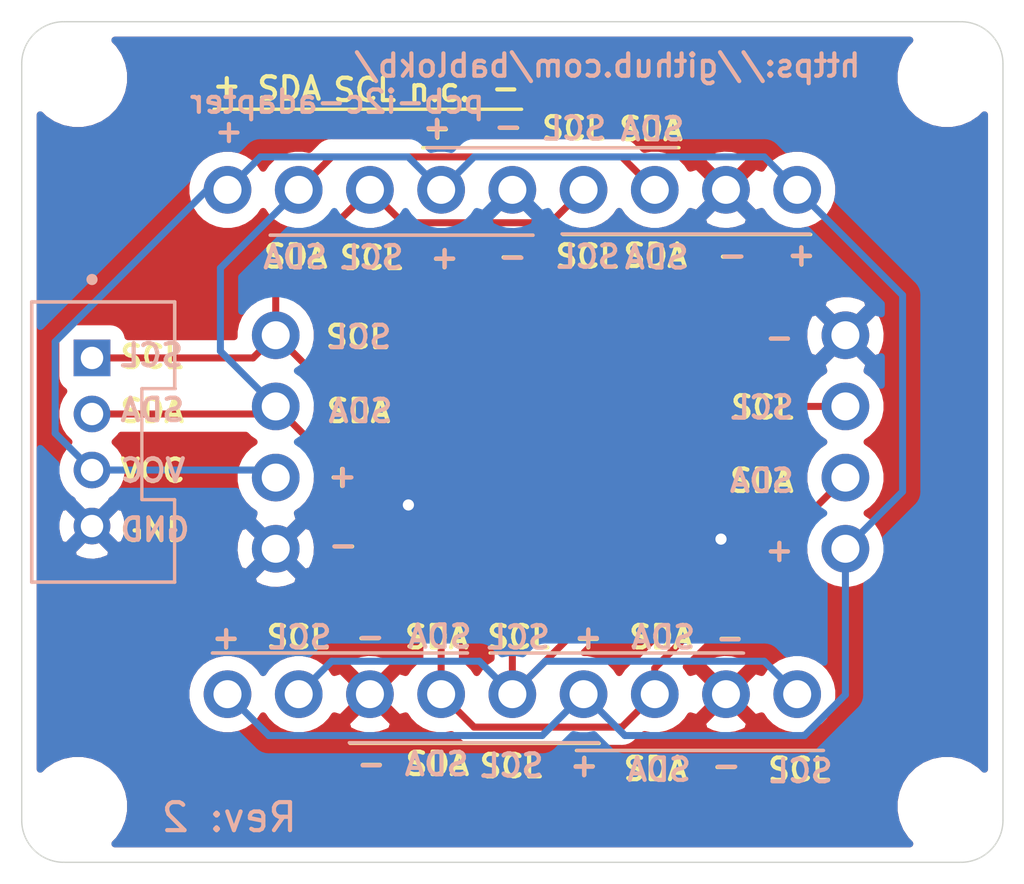
<source format=kicad_pcb>
(kicad_pcb (version 20171130) (host pcbnew 5.1.10-5.1.10)

  (general
    (thickness 1.6)
    (drawings 105)
    (tracks 56)
    (zones 0)
    (modules 9)
    (nets 5)
  )

  (page A4)
  (layers
    (0 F.Cu signal)
    (31 B.Cu signal)
    (32 B.Adhes user)
    (33 F.Adhes user)
    (34 B.Paste user)
    (35 F.Paste user)
    (36 B.SilkS user)
    (37 F.SilkS user)
    (38 B.Mask user)
    (39 F.Mask user)
    (40 Dwgs.User user)
    (41 Cmts.User user)
    (42 Eco1.User user)
    (43 Eco2.User user)
    (44 Edge.Cuts user)
    (45 Margin user)
    (46 B.CrtYd user)
    (47 F.CrtYd user)
    (48 B.Fab user)
    (49 F.Fab user hide)
  )

  (setup
    (last_trace_width 0.25)
    (trace_clearance 0.2)
    (zone_clearance 0.508)
    (zone_45_only no)
    (trace_min 0.2)
    (via_size 0.8)
    (via_drill 0.4)
    (via_min_size 0.4)
    (via_min_drill 0.3)
    (uvia_size 0.3)
    (uvia_drill 0.1)
    (uvias_allowed no)
    (uvia_min_size 0.2)
    (uvia_min_drill 0.1)
    (edge_width 0.05)
    (segment_width 0.2)
    (pcb_text_width 0.3)
    (pcb_text_size 1.5 1.5)
    (mod_edge_width 0.12)
    (mod_text_size 1 1)
    (mod_text_width 0.15)
    (pad_size 1.524 1.524)
    (pad_drill 0.762)
    (pad_to_mask_clearance 0)
    (aux_axis_origin 0 0)
    (visible_elements FFFFEF7F)
    (pcbplotparams
      (layerselection 0x010fc_ffffffff)
      (usegerberextensions false)
      (usegerberattributes true)
      (usegerberadvancedattributes true)
      (creategerberjobfile true)
      (excludeedgelayer true)
      (linewidth 0.100000)
      (plotframeref false)
      (viasonmask false)
      (mode 1)
      (useauxorigin false)
      (hpglpennumber 1)
      (hpglpenspeed 20)
      (hpglpendiameter 15.000000)
      (psnegative false)
      (psa4output false)
      (plotreference true)
      (plotvalue true)
      (plotinvisibletext false)
      (padsonsilk false)
      (subtractmaskfromsilk false)
      (outputformat 1)
      (mirror false)
      (drillshape 1)
      (scaleselection 1)
      (outputdirectory ""))
  )

  (net 0 "")
  (net 1 /VCC)
  (net 2 /GND)
  (net 3 /SDA)
  (net 4 /SCL)

  (net_class Default "This is the default net class."
    (clearance 0.2)
    (trace_width 0.25)
    (via_dia 0.8)
    (via_drill 0.4)
    (uvia_dia 0.3)
    (uvia_drill 0.1)
    (add_net /GND)
    (add_net /SCL)
    (add_net /SDA)
    (add_net /VCC)
  )

  (module Proto_Area:Proto_Area_09x01 (layer F.Cu) (tedit 5AEE5D9C) (tstamp 61D4B059)
    (at 107.34 124)
    (descr "Prototyping Area")
    (tags connector)
    (path /61D48A9E)
    (attr virtual)
    (fp_text reference J5 (at 1.27 -3.175) (layer F.SilkS) hide
      (effects (font (size 1 1) (thickness 0.15)))
    )
    (fp_text value Conn_01x09_Male (at 1.27 5.08) (layer F.Fab)
      (effects (font (size 1 1) (thickness 0.15)))
    )
    (fp_text user %R (at 1.27 1.27) (layer F.Fab)
      (effects (font (size 1 1) (thickness 0.15)))
    )
    (fp_line (start -1.27 -1.27) (end 21.59 -1.27) (layer F.CrtYd) (width 0.05))
    (fp_line (start -1.27 -1.27) (end -1.27 1.27) (layer F.CrtYd) (width 0.05))
    (fp_line (start -1.27 1.27) (end 21.59 1.27) (layer F.CrtYd) (width 0.05))
    (fp_line (start 21.59 -1.27) (end 21.59 1.27) (layer F.CrtYd) (width 0.05))
    (pad 9 thru_hole circle (at 20.32 0) (size 1.7 1.7) (drill 1) (layers *.Cu *.Mask)
      (net 4 /SCL))
    (pad 8 thru_hole circle (at 17.78 0) (size 1.7 1.7) (drill 1) (layers *.Cu *.Mask)
      (net 2 /GND))
    (pad 7 thru_hole circle (at 15.24 0) (size 1.7 1.7) (drill 1) (layers *.Cu *.Mask)
      (net 3 /SDA))
    (pad 6 thru_hole circle (at 12.7 0) (size 1.7 1.7) (drill 1) (layers *.Cu *.Mask)
      (net 1 /VCC))
    (pad 5 thru_hole circle (at 10.16 0) (size 1.7 1.7) (drill 1) (layers *.Cu *.Mask)
      (net 4 /SCL))
    (pad 4 thru_hole circle (at 7.62 0) (size 1.7 1.7) (drill 1) (layers *.Cu *.Mask)
      (net 3 /SDA))
    (pad 3 thru_hole circle (at 5.08 0) (size 1.7 1.7) (drill 1) (layers *.Cu *.Mask)
      (net 2 /GND))
    (pad 2 thru_hole circle (at 2.54 0) (size 1.7 1.7) (drill 1) (layers *.Cu *.Mask)
      (net 4 /SCL))
    (pad 1 thru_hole circle (at 0 0) (size 1.7 1.7) (drill 1) (layers *.Cu *.Mask)
      (net 1 /VCC))
  )

  (module Proto_Area:Proto_Area_04x01 (layer F.Cu) (tedit 5AEE5D9C) (tstamp 61D4B03C)
    (at 129.38 111.19 270)
    (descr "Prototyping Area")
    (tags connector)
    (path /61CEDFAA)
    (attr virtual)
    (fp_text reference J4 (at 1.27 -3.175 90) (layer F.SilkS) hide
      (effects (font (size 1 1) (thickness 0.15)))
    )
    (fp_text value Conn_01x04_Male (at 1.27 5.08 90) (layer F.Fab)
      (effects (font (size 1 1) (thickness 0.15)))
    )
    (fp_text user %R (at 1.27 1.27 90) (layer F.Fab)
      (effects (font (size 1 1) (thickness 0.15)))
    )
    (fp_line (start -1.27 -1.27) (end 8.89 -1.27) (layer F.CrtYd) (width 0.05))
    (fp_line (start -1.27 -1.27) (end -1.27 1.27) (layer F.CrtYd) (width 0.05))
    (fp_line (start -1.27 1.27) (end 8.89 1.27) (layer F.CrtYd) (width 0.05))
    (fp_line (start 8.89 -1.27) (end 8.89 1.27) (layer F.CrtYd) (width 0.05))
    (pad 4 thru_hole circle (at 7.62 0 270) (size 1.7 1.7) (drill 1) (layers *.Cu *.Mask)
      (net 1 /VCC))
    (pad 3 thru_hole circle (at 5.08 0 270) (size 1.7 1.7) (drill 1) (layers *.Cu *.Mask)
      (net 3 /SDA))
    (pad 2 thru_hole circle (at 2.54 0 270) (size 1.7 1.7) (drill 1) (layers *.Cu *.Mask)
      (net 4 /SCL))
    (pad 1 thru_hole circle (at 0 0 270) (size 1.7 1.7) (drill 1) (layers *.Cu *.Mask)
      (net 2 /GND))
  )

  (module Proto_Area:Proto_Area_04x01 (layer F.Cu) (tedit 5AEE5D9C) (tstamp 61D4B024)
    (at 109.06 111.19 270)
    (descr "Prototyping Area")
    (tags connector)
    (path /61CEDA98)
    (attr virtual)
    (fp_text reference J3 (at 1.27 -3.175 90) (layer F.SilkS) hide
      (effects (font (size 1 1) (thickness 0.15)))
    )
    (fp_text value Conn_01x04_Male (at 1.27 5.08 90) (layer F.Fab)
      (effects (font (size 1 1) (thickness 0.15)))
    )
    (fp_text user %R (at 1.27 1.27 90) (layer F.Fab)
      (effects (font (size 1 1) (thickness 0.15)))
    )
    (fp_line (start -1.27 -1.27) (end 8.89 -1.27) (layer F.CrtYd) (width 0.05))
    (fp_line (start -1.27 -1.27) (end -1.27 1.27) (layer F.CrtYd) (width 0.05))
    (fp_line (start -1.27 1.27) (end 8.89 1.27) (layer F.CrtYd) (width 0.05))
    (fp_line (start 8.89 -1.27) (end 8.89 1.27) (layer F.CrtYd) (width 0.05))
    (pad 4 thru_hole circle (at 7.62 0 270) (size 1.7 1.7) (drill 1) (layers *.Cu *.Mask)
      (net 2 /GND))
    (pad 3 thru_hole circle (at 5.08 0 270) (size 1.7 1.7) (drill 1) (layers *.Cu *.Mask)
      (net 1 /VCC))
    (pad 2 thru_hole circle (at 2.54 0 270) (size 1.7 1.7) (drill 1) (layers *.Cu *.Mask)
      (net 3 /SDA))
    (pad 1 thru_hole circle (at 0 0 270) (size 1.7 1.7) (drill 1) (layers *.Cu *.Mask)
      (net 4 /SCL))
  )

  (module Proto_Area:Proto_Area_09x01 (layer F.Cu) (tedit 5AEE5D9C) (tstamp 61D4AFEE)
    (at 107.34 106)
    (descr "Prototyping Area")
    (tags connector)
    (path /61CEEDC3)
    (attr virtual)
    (fp_text reference J1 (at 1.27 -3.175) (layer F.SilkS) hide
      (effects (font (size 1 1) (thickness 0.15)))
    )
    (fp_text value Conn_01x09_Male (at 1.27 5.08) (layer F.Fab)
      (effects (font (size 1 1) (thickness 0.15)))
    )
    (fp_text user %R (at 1.27 1.27) (layer F.Fab)
      (effects (font (size 1 1) (thickness 0.15)))
    )
    (fp_line (start -1.27 -1.27) (end 21.59 -1.27) (layer F.CrtYd) (width 0.05))
    (fp_line (start -1.27 -1.27) (end -1.27 1.27) (layer F.CrtYd) (width 0.05))
    (fp_line (start -1.27 1.27) (end 21.59 1.27) (layer F.CrtYd) (width 0.05))
    (fp_line (start 21.59 -1.27) (end 21.59 1.27) (layer F.CrtYd) (width 0.05))
    (pad 9 thru_hole circle (at 20.32 0) (size 1.7 1.7) (drill 1) (layers *.Cu *.Mask)
      (net 1 /VCC))
    (pad 8 thru_hole circle (at 17.78 0) (size 1.7 1.7) (drill 1) (layers *.Cu *.Mask)
      (net 2 /GND))
    (pad 7 thru_hole circle (at 15.24 0) (size 1.7 1.7) (drill 1) (layers *.Cu *.Mask)
      (net 3 /SDA))
    (pad 6 thru_hole circle (at 12.7 0) (size 1.7 1.7) (drill 1) (layers *.Cu *.Mask)
      (net 4 /SCL))
    (pad 5 thru_hole circle (at 10.16 0) (size 1.7 1.7) (drill 1) (layers *.Cu *.Mask)
      (net 2 /GND))
    (pad 4 thru_hole circle (at 7.62 0) (size 1.7 1.7) (drill 1) (layers *.Cu *.Mask)
      (net 1 /VCC))
    (pad 3 thru_hole circle (at 5.08 0) (size 1.7 1.7) (drill 1) (layers *.Cu *.Mask)
      (net 4 /SCL))
    (pad 2 thru_hole circle (at 2.54 0) (size 1.7 1.7) (drill 1) (layers *.Cu *.Mask)
      (net 3 /SDA))
    (pad 1 thru_hole circle (at 0 0) (size 1.7 1.7) (drill 1) (layers *.Cu *.Mask)
      (net 1 /VCC))
  )

  (module user:grove_vertical (layer B.Cu) (tedit 61D45192) (tstamp 61D4B00C)
    (at 102.5068 115 270)
    (path /61CED2FA)
    (fp_text reference J2 (at -1.825 3.485 270) (layer B.SilkS) hide
      (effects (font (size 1 1) (thickness 0.15)) (justify mirror))
    )
    (fp_text value Grove (at 1.0922 -6.6548 270) (layer B.Fab)
      (effects (font (size 1 1) (thickness 0.15)) (justify mirror))
    )
    (fp_line (start -1.905 -1.778) (end 2.032 -1.778) (layer B.SilkS) (width 0.12))
    (fp_line (start -1.905 -2.9718) (end -1.905 -1.778) (layer B.SilkS) (width 0.12))
    (fp_line (start 2.0574 -2.9464) (end 2.0574 -1.778) (layer B.SilkS) (width 0.12))
    (fp_line (start 5.0038 -2.9464) (end 2.0574 -2.9464) (layer B.SilkS) (width 0.12))
    (fp_line (start -5 2.15) (end 5 2.15) (layer B.Fab) (width 0.127))
    (fp_line (start 5 2.15) (end 5 -2.95) (layer B.Fab) (width 0.127))
    (fp_line (start 5 -2.95) (end -5 -2.95) (layer B.Fab) (width 0.127))
    (fp_line (start -5 -2.95) (end -5 2.15) (layer B.Fab) (width 0.127))
    (fp_line (start -5 2.15) (end 5 2.15) (layer B.SilkS) (width 0.127))
    (fp_line (start 5 2.15) (end 5 -2.95) (layer B.SilkS) (width 0.127))
    (fp_line (start -1.9304 -2.95) (end -5 -2.95) (layer B.SilkS) (width 0.127))
    (fp_line (start -5 -2.95) (end -5 2.15) (layer B.SilkS) (width 0.127))
    (fp_line (start -5.25 2.4) (end 5.25 2.4) (layer B.CrtYd) (width 0.05))
    (fp_line (start 5.25 2.4) (end 5.25 -3.2) (layer B.CrtYd) (width 0.05))
    (fp_line (start 5.25 -3.2) (end -5.25 -3.2) (layer B.CrtYd) (width 0.05))
    (fp_line (start -5.25 -3.2) (end -5.25 2.4) (layer B.CrtYd) (width 0.05))
    (fp_circle (center -5.8 0) (end -5.7 0) (layer B.Fab) (width 0.2))
    (fp_circle (center -5.8 0) (end -5.7 0) (layer B.SilkS) (width 0.2))
    (fp_text user GND (at 3.1242 -2.247915) (layer B.SilkS)
      (effects (font (size 0.8 0.8) (thickness 0.15)) (justify mirror))
    )
    (fp_text user VCC (at 1.016 -2.171724) (layer B.SilkS)
      (effects (font (size 0.8 0.8) (thickness 0.15)) (justify mirror))
    )
    (fp_text user SDA (at -1.143 -2.152677) (layer B.SilkS)
      (effects (font (size 0.8 0.8) (thickness 0.15)) (justify mirror))
    )
    (fp_text user SCL (at -3.0988 -2.133629) (layer B.SilkS)
      (effects (font (size 0.8 0.8) (thickness 0.15)) (justify mirror))
    )
    (pad 4 thru_hole circle (at 3 0 270) (size 1.308 1.308) (drill 0.8) (layers *.Cu *.Mask)
      (net 2 /GND))
    (pad 3 thru_hole circle (at 1 0 270) (size 1.308 1.308) (drill 0.8) (layers *.Cu *.Mask)
      (net 1 /VCC))
    (pad 2 thru_hole circle (at -1 0 270) (size 1.308 1.308) (drill 0.8) (layers *.Cu *.Mask)
      (net 3 /SDA))
    (pad 1 thru_hole rect (at -3 0 270) (size 1.308 1.308) (drill 0.8) (layers *.Cu *.Mask)
      (net 4 /SCL))
  )

  (module MountingHole:MountingHole_2.5mm (layer F.Cu) (tedit 56D1B4CB) (tstamp 61D4B5B8)
    (at 133 128)
    (descr "Mounting Hole 2.5mm, no annular")
    (tags "mounting hole 2.5mm no annular")
    (path /61D4EECC)
    (attr virtual)
    (fp_text reference H4 (at 0 -3.5) (layer F.SilkS) hide
      (effects (font (size 1 1) (thickness 0.15)))
    )
    (fp_text value MountingHole (at 0 3.5) (layer F.Fab)
      (effects (font (size 1 1) (thickness 0.15)))
    )
    (fp_circle (center 0 0) (end 2.75 0) (layer F.CrtYd) (width 0.05))
    (fp_circle (center 0 0) (end 2.5 0) (layer Cmts.User) (width 0.15))
    (fp_text user %R (at 0.3 0) (layer F.Fab)
      (effects (font (size 1 1) (thickness 0.15)))
    )
    (pad 1 np_thru_hole circle (at 0 0) (size 2.5 2.5) (drill 2.5) (layers *.Cu *.Mask))
  )

  (module MountingHole:MountingHole_2.5mm (layer F.Cu) (tedit 56D1B4CB) (tstamp 61D4B5B0)
    (at 102 128)
    (descr "Mounting Hole 2.5mm, no annular")
    (tags "mounting hole 2.5mm no annular")
    (path /61D4F3BD)
    (attr virtual)
    (fp_text reference H3 (at 0 -3.5) (layer F.SilkS) hide
      (effects (font (size 1 1) (thickness 0.15)))
    )
    (fp_text value MountingHole (at 0 3.5) (layer F.Fab)
      (effects (font (size 1 1) (thickness 0.15)))
    )
    (fp_circle (center 0 0) (end 2.75 0) (layer F.CrtYd) (width 0.05))
    (fp_circle (center 0 0) (end 2.5 0) (layer Cmts.User) (width 0.15))
    (fp_text user %R (at 0.3 0) (layer F.Fab)
      (effects (font (size 1 1) (thickness 0.15)))
    )
    (pad 1 np_thru_hole circle (at 0 0) (size 2.5 2.5) (drill 2.5) (layers *.Cu *.Mask))
  )

  (module MountingHole:MountingHole_2.5mm (layer F.Cu) (tedit 56D1B4CB) (tstamp 61D4B5A8)
    (at 133 102)
    (descr "Mounting Hole 2.5mm, no annular")
    (tags "mounting hole 2.5mm no annular")
    (path /61D4FA07)
    (attr virtual)
    (fp_text reference H2 (at 0 -3.5) (layer F.SilkS) hide
      (effects (font (size 1 1) (thickness 0.15)))
    )
    (fp_text value MountingHole (at 0 3.5) (layer F.Fab)
      (effects (font (size 1 1) (thickness 0.15)))
    )
    (fp_circle (center 0 0) (end 2.75 0) (layer F.CrtYd) (width 0.05))
    (fp_circle (center 0 0) (end 2.5 0) (layer Cmts.User) (width 0.15))
    (fp_text user %R (at 0.3 0) (layer F.Fab)
      (effects (font (size 1 1) (thickness 0.15)))
    )
    (pad 1 np_thru_hole circle (at 0 0) (size 2.5 2.5) (drill 2.5) (layers *.Cu *.Mask))
  )

  (module MountingHole:MountingHole_2.5mm (layer F.Cu) (tedit 56D1B4CB) (tstamp 61D4B5A0)
    (at 102 102)
    (descr "Mounting Hole 2.5mm, no annular")
    (tags "mounting hole 2.5mm no annular")
    (path /61D4FC31)
    (attr virtual)
    (fp_text reference H1 (at 0 -3.5) (layer F.SilkS) hide
      (effects (font (size 1 1) (thickness 0.15)))
    )
    (fp_text value MountingHole (at 0 3.5) (layer F.Fab)
      (effects (font (size 1 1) (thickness 0.15)))
    )
    (fp_circle (center 0 0) (end 2.75 0) (layer F.CrtYd) (width 0.05))
    (fp_circle (center 0 0) (end 2.5 0) (layer Cmts.User) (width 0.15))
    (fp_text user %R (at 0.3 0) (layer F.Fab)
      (effects (font (size 1 1) (thickness 0.15)))
    )
    (pad 1 np_thru_hole circle (at 0 0) (size 2.5 2.5) (drill 2.5) (layers *.Cu *.Mask))
  )

  (gr_text n.c. (at 114.902 102.4344) (layer F.SilkS) (tstamp 61D76C43)
    (effects (font (size 0.8 0.8) (thickness 0.15)))
  )
  (gr_text SCL (at 112.235 102.4344) (layer F.SilkS) (tstamp 61D76C31)
    (effects (font (size 0.8 0.8) (thickness 0.15)))
  )
  (gr_line (start 106.8578 103.124) (end 117.8306 103.124) (layer F.SilkS) (width 0.12) (tstamp 61D76C30))
  (gr_text - (at 117.2642 102.3582) (layer F.SilkS) (tstamp 61D76C2F)
    (effects (font (size 0.8 0.8) (thickness 0.15)))
  )
  (gr_text SDA (at 109.5426 102.3836) (layer F.SilkS) (tstamp 61D76C2E)
    (effects (font (size 0.8 0.8) (thickness 0.15)))
  )
  (gr_text "Rev: 2" (at 109.9058 128.397) (layer B.SilkS) (tstamp 61D76B58)
    (effects (font (size 1 1) (thickness 0.15)) (justify left mirror))
  )
  (gr_text "https://github.com/bablokb/\n                      pcb-i2c-adapter\n" (at 129.9972 102.2096) (layer B.SilkS)
    (effects (font (size 0.8 0.8) (thickness 0.15)) (justify left mirror))
  )
  (gr_text + (at 107.315 102.2604) (layer F.SilkS) (tstamp 61D76A4F)
    (effects (font (size 0.8 0.8) (thickness 0.15)))
  )
  (gr_text + (at 107.3912 104.013 180) (layer B.SilkS) (tstamp 61D76A4B)
    (effects (font (size 0.8 0.8) (thickness 0.15)) (justify mirror))
  )
  (gr_text GND (at 104.7496 118.1354) (layer F.SilkS) (tstamp 61D5ABBF)
    (effects (font (size 0.8 0.8) (thickness 0.15)))
  )
  (gr_text VCC (at 104.67341 116.0272) (layer F.SilkS) (tstamp 61D5ABBF)
    (effects (font (size 0.8 0.8) (thickness 0.15)))
  )
  (gr_text SDA (at 104.654362 113.8936) (layer F.SilkS) (tstamp 61D5ABBF)
    (effects (font (size 0.8 0.8) (thickness 0.15)))
  )
  (gr_text SCL (at 104.635315 111.9632) (layer F.SilkS) (tstamp 61D5ABBC)
    (effects (font (size 0.8 0.8) (thickness 0.15)))
  )
  (gr_text + (at 107.2896 122.0724 180) (layer B.SilkS) (tstamp 61D5AB69)
    (effects (font (size 0.8 0.8) (thickness 0.15)) (justify mirror))
  )
  (gr_text - (at 112.4458 122.047 180) (layer B.SilkS) (tstamp 61D5AB68)
    (effects (font (size 0.8 0.8) (thickness 0.15)) (justify mirror))
  )
  (gr_line (start 106.7994 122.5334) (end 115.8926 122.5334) (layer B.SilkS) (width 0.12) (tstamp 61D5AB67))
  (gr_text SDA (at 114.9096 121.9454) (layer B.SilkS) (tstamp 61D5AB66)
    (effects (font (size 0.8 0.8) (thickness 0.15)) (justify mirror))
  )
  (gr_text SCL (at 109.9312 121.9708) (layer B.SilkS) (tstamp 61D5AB65)
    (effects (font (size 0.8 0.8) (thickness 0.15)) (justify mirror))
  )
  (gr_text + (at 120.2106 122.0508 180) (layer B.SilkS) (tstamp 61D5AB55)
    (effects (font (size 0.8 0.8) (thickness 0.15)) (justify mirror))
  )
  (gr_text - (at 125.2652 122.1016 180) (layer B.SilkS) (tstamp 61D5AB54)
    (effects (font (size 0.8 0.8) (thickness 0.15)) (justify mirror))
  )
  (gr_line (start 116.7562 122.5334) (end 125.7478 122.5334) (layer B.SilkS) (width 0.12) (tstamp 61D5AB53))
  (gr_text SDA (at 122.8852 121.9708) (layer B.SilkS) (tstamp 61D5AB52)
    (effects (font (size 0.8 0.8) (thickness 0.15)) (justify mirror))
  )
  (gr_text SCL (at 117.7214 121.9746) (layer B.SilkS) (tstamp 61D5AB51)
    (effects (font (size 0.8 0.8) (thickness 0.15)) (justify mirror))
  )
  (gr_line (start 119.8118 126.0094) (end 128.6002 126.0094) (layer B.SilkS) (width 0.12) (tstamp 61D5AB3E))
  (gr_text SCL (at 127.8052 126.746) (layer B.SilkS) (tstamp 61D5AB3D)
    (effects (font (size 0.8 0.8) (thickness 0.15)) (justify mirror))
  )
  (gr_text SDA (at 122.7328 126.6952) (layer B.SilkS) (tstamp 61D5AB3C)
    (effects (font (size 0.8 0.8) (thickness 0.15)) (justify mirror))
  )
  (gr_text - (at 125.1458 126.6444 180) (layer B.SilkS) (tstamp 61D5AB3A)
    (effects (font (size 0.8 0.8) (thickness 0.15)) (justify mirror))
  )
  (gr_text - (at 112.4636 126.5974 180) (layer B.SilkS) (tstamp 61D5AA94)
    (effects (font (size 0.8 0.8) (thickness 0.15)) (justify mirror))
  )
  (gr_text SDA (at 114.8004 126.4958) (layer B.SilkS) (tstamp 61D5AA93)
    (effects (font (size 0.8 0.8) (thickness 0.15)) (justify mirror))
  )
  (gr_text + (at 120.0582 126.6482 180) (layer B.SilkS) (tstamp 61D5AA92)
    (effects (font (size 0.8 0.8) (thickness 0.15)) (justify mirror))
  )
  (gr_line (start 111.6838 125.73) (end 120.5738 125.73) (layer B.SilkS) (width 0.12) (tstamp 61D5AA91))
  (gr_text SCL (at 117.4928 126.5466) (layer B.SilkS) (tstamp 61D5AA90)
    (effects (font (size 0.8 0.8) (thickness 0.15)) (justify mirror))
  )
  (gr_text + (at 127.0254 118.8466) (layer B.SilkS) (tstamp 61D5A8A6)
    (effects (font (size 0.8 0.8) (thickness 0.15)) (justify mirror))
  )
  (gr_text - (at 127.0254 111.252) (layer B.SilkS) (tstamp 61D5A8A5)
    (effects (font (size 0.8 0.8) (thickness 0.15)) (justify mirror))
  )
  (gr_text SDA (at 126.396828 116.3828) (layer B.SilkS) (tstamp 61D5A8A4)
    (effects (font (size 0.8 0.8) (thickness 0.15)) (justify mirror))
  )
  (gr_text SCL (at 126.415876 113.7666) (layer B.SilkS) (tstamp 61D5A8A3)
    (effects (font (size 0.8 0.8) (thickness 0.15)) (justify mirror))
  )
  (gr_text - (at 111.4552 118.6688) (layer B.SilkS) (tstamp 61D5A86A)
    (effects (font (size 0.8 0.8) (thickness 0.15)) (justify mirror))
  )
  (gr_text SDA (at 112.083771 113.8936) (layer B.SilkS) (tstamp 61D5A869)
    (effects (font (size 0.8 0.8) (thickness 0.15)) (justify mirror))
  )
  (gr_text SCL (at 112.064724 111.252) (layer B.SilkS) (tstamp 61D5A868)
    (effects (font (size 0.8 0.8) (thickness 0.15)) (justify mirror))
  )
  (gr_text + (at 111.4552 116.205) (layer B.SilkS) (tstamp 61D5A867)
    (effects (font (size 0.8 0.8) (thickness 0.15)) (justify mirror))
  )
  (gr_line (start 108.8644 107.6198) (end 118.237 107.6198) (layer B.SilkS) (width 0.12) (tstamp 61D5A7C9))
  (gr_line (start 119.2708 107.5728) (end 128.11 107.5728) (layer B.SilkS) (width 0.12) (tstamp 61D5A7C8))
  (gr_text - (at 117.5182 108.4834 180) (layer B.SilkS) (tstamp 61D5A7C7)
    (effects (font (size 0.8 0.8) (thickness 0.15)) (justify mirror))
  )
  (gr_text - (at 125.3668 108.4364 180) (layer B.SilkS) (tstamp 61D5A7C6)
    (effects (font (size 0.8 0.8) (thickness 0.15)) (justify mirror))
  )
  (gr_text SDA (at 109.7534 108.4072) (layer B.SilkS) (tstamp 61D5A7C5)
    (effects (font (size 0.8 0.8) (thickness 0.15)) (justify mirror))
  )
  (gr_text SDA (at 122.649 108.411) (layer B.SilkS) (tstamp 61D5A7C4)
    (effects (font (size 0.8 0.8) (thickness 0.15)) (justify mirror))
  )
  (gr_text SCL (at 120.2106 108.3856) (layer B.SilkS) (tstamp 61D5A7C3)
    (effects (font (size 0.8 0.8) (thickness 0.15)) (justify mirror))
  )
  (gr_text SCL (at 112.4966 108.4072) (layer B.SilkS) (tstamp 61D5A7C2)
    (effects (font (size 0.8 0.8) (thickness 0.15)) (justify mirror))
  )
  (gr_text + (at 115.0874 108.5088 180) (layer B.SilkS) (tstamp 61D5A7C1)
    (effects (font (size 0.8 0.8) (thickness 0.15)) (justify mirror))
  )
  (gr_text + (at 127.8052 108.4072 180) (layer B.SilkS) (tstamp 61D5A7C0)
    (effects (font (size 0.8 0.8) (thickness 0.15)) (justify mirror))
  )
  (gr_line (start 114.4448 104.4994) (end 123.3348 104.4994) (layer B.SilkS) (width 0.12) (tstamp 61D5A6D5))
  (gr_text - (at 117.348 103.8352 180) (layer B.SilkS) (tstamp 61D5A6BD)
    (effects (font (size 0.8 0.8) (thickness 0.15)) (justify mirror))
  )
  (gr_text SDA (at 122.4966 103.8352) (layer B.SilkS) (tstamp 61D5A6C0)
    (effects (font (size 0.8 0.8) (thickness 0.15)) (justify mirror))
  )
  (gr_text + (at 114.808 103.8606 180) (layer B.SilkS) (tstamp 61D5A6C3)
    (effects (font (size 0.8 0.8) (thickness 0.15)) (justify mirror))
  )
  (gr_text SCL (at 119.728 103.8098) (layer B.SilkS) (tstamp 61D5A6C6)
    (effects (font (size 0.8 0.8) (thickness 0.15)) (justify mirror))
  )
  (gr_arc (start 101.5 128.5) (end 100 128.5) (angle -90) (layer Edge.Cuts) (width 0.05) (tstamp 61D572A4))
  (gr_arc (start 133.5 128.5) (end 135 128.5) (angle 90) (layer Edge.Cuts) (width 0.05) (tstamp 61D572A4))
  (gr_arc (start 133.5 101.5) (end 133.5 100) (angle 90) (layer Edge.Cuts) (width 0.05) (tstamp 61D572A4))
  (gr_arc (start 101.5 101.5) (end 101.5 100.000001) (angle -90) (layer Edge.Cuts) (width 0.05))
  (gr_text - (at 125.1204 126.5428) (layer F.SilkS) (tstamp 61D4B979)
    (effects (font (size 0.8 0.8) (thickness 0.15)))
  )
  (gr_text SDA (at 122.6058 126.6698) (layer F.SilkS) (tstamp 61D4B977)
    (effects (font (size 0.8 0.8) (thickness 0.15)))
  )
  (gr_text SCL (at 127.7366 126.6952) (layer F.SilkS) (tstamp 61D4B976)
    (effects (font (size 0.8 0.8) (thickness 0.15)))
  )
  (gr_text - (at 127.0254 111.252) (layer F.SilkS) (tstamp 61D4B966)
    (effects (font (size 0.8 0.8) (thickness 0.15)))
  )
  (gr_text - (at 111.4806 118.6688) (layer F.SilkS) (tstamp 61D4B966)
    (effects (font (size 0.8 0.8) (thickness 0.15)))
  )
  (gr_text + (at 114.8258 103.7806) (layer F.SilkS) (tstamp 61D4B95B)
    (effects (font (size 0.8 0.8) (thickness 0.15)))
  )
  (gr_text SDA (at 122.4458 103.8314) (layer F.SilkS) (tstamp 61D4B955)
    (effects (font (size 0.8 0.8) (thickness 0.15)))
  )
  (gr_text - (at 117.3658 103.7298) (layer F.SilkS) (tstamp 61D4B94D)
    (effects (font (size 0.8 0.8) (thickness 0.15)))
  )
  (gr_text - (at 125.316 108.3272) (layer F.SilkS) (tstamp 61D5A6D2)
    (effects (font (size 0.8 0.8) (thickness 0.15)))
  )
  (gr_text - (at 117.4928 108.3526) (layer F.SilkS) (tstamp 61D5A6CF)
    (effects (font (size 0.8 0.8) (thickness 0.15)))
  )
  (gr_line (start 114.3 104.4956) (end 123.444 104.4956) (layer F.SilkS) (width 0.12))
  (gr_line (start 119.3038 107.5944) (end 128.143 107.5944) (layer F.SilkS) (width 0.12) (tstamp 61D5A6CC))
  (gr_line (start 108.8644 107.6198) (end 118.237 107.6198) (layer F.SilkS) (width 0.12) (tstamp 61D5A6C9))
  (gr_line (start 119.7864 126.0094) (end 128.5748 126.0094) (layer F.SilkS) (width 0.12))
  (gr_line (start 116.7054 122.5296) (end 125.697 122.5296) (layer F.SilkS) (width 0.12))
  (gr_line (start 111.7092 125.7554) (end 120.5992 125.7554) (layer F.SilkS) (width 0.12))
  (gr_line (start 106.807 122.5296) (end 115.9002 122.5296) (layer F.SilkS) (width 0.12))
  (gr_text + (at 120.0658 126.5174) (layer F.SilkS) (tstamp 61D4B94A)
    (effects (font (size 0.8 0.8) (thickness 0.15)))
  )
  (gr_text SDA (at 114.8258 126.4882) (layer F.SilkS) (tstamp 61D4B947)
    (effects (font (size 0.8 0.8) (thickness 0.15)))
  )
  (gr_text - (at 112.4712 126.4666) (layer F.SilkS) (tstamp 61D4B943)
    (effects (font (size 0.8 0.8) (thickness 0.15)))
  )
  (gr_text - (at 112.4204 121.9454) (layer F.SilkS) (tstamp 61D4B943)
    (effects (font (size 0.8 0.8) (thickness 0.15)))
  )
  (gr_text - (at 125.2652 121.967) (layer F.SilkS) (tstamp 61D4B93A)
    (effects (font (size 0.8 0.8) (thickness 0.15)))
  )
  (gr_text + (at 120.2106 121.967) (layer F.SilkS) (tstamp 61D4B93A)
    (effects (font (size 0.8 0.8) (thickness 0.15)))
  )
  (gr_text + (at 107.2896 121.9708) (layer F.SilkS) (tstamp 61D4B93A)
    (effects (font (size 0.8 0.8) (thickness 0.15)))
  )
  (gr_text + (at 127.0254 118.8466) (layer F.SilkS) (tstamp 61D4B93A)
    (effects (font (size 0.8 0.8) (thickness 0.15)))
  )
  (gr_text + (at 111.4298 116.205) (layer F.SilkS) (tstamp 61D4B93A)
    (effects (font (size 0.8 0.8) (thickness 0.15)))
  )
  (gr_text + (at 127.8128 108.3056) (layer F.SilkS) (tstamp 61D5A6E4)
    (effects (font (size 0.8 0.8) (thickness 0.15)))
  )
  (gr_text + (at 115.0798 108.4034) (layer F.SilkS) (tstamp 61D5A6E1)
    (effects (font (size 0.8 0.8) (thickness 0.15)))
  )
  (gr_text SCL (at 117.4496 126.5682) (layer F.SilkS) (tstamp 61D4B92F)
    (effects (font (size 0.8 0.8) (thickness 0.15)))
  )
  (gr_text SCL (at 109.8474 121.967) (layer F.SilkS) (tstamp 61D4B92F)
    (effects (font (size 0.8 0.8) (thickness 0.15)))
  )
  (gr_text SCL (at 111.9632 111.252) (layer F.SilkS) (tstamp 61D4B92F)
    (effects (font (size 0.8 0.8) (thickness 0.15)))
  )
  (gr_text SCL (at 112.4636 108.4288) (layer F.SilkS) (tstamp 61D5A6DE)
    (effects (font (size 0.8 0.8) (thickness 0.15)))
  )
  (gr_text SCL (at 119.6772 103.806) (layer F.SilkS) (tstamp 61D4B92F)
    (effects (font (size 0.8 0.8) (thickness 0.15)))
  )
  (gr_text SCL (at 120.1598 108.378) (layer F.SilkS) (tstamp 61D5A6DB)
    (effects (font (size 0.8 0.8) (thickness 0.15)))
  )
  (gr_text SCL (at 126.415876 113.7666) (layer F.SilkS) (tstamp 61D4B92F)
    (effects (font (size 0.8 0.8) (thickness 0.15)))
  )
  (gr_text SCL (at 117.7214 121.967) (layer F.SilkS) (tstamp 61D4B927)
    (effects (font (size 0.8 0.8) (thickness 0.15)))
  )
  (gr_text SDA (at 122.8014 121.967) (layer F.SilkS) (tstamp 61D4B927)
    (effects (font (size 0.8 0.8) (thickness 0.15)))
  )
  (gr_text SDA (at 114.8004 121.967) (layer F.SilkS) (tstamp 61D4B927)
    (effects (font (size 0.8 0.8) (thickness 0.15)))
  )
  (gr_text SDA (at 126.396828 116.3828) (layer F.SilkS) (tstamp 61D4B927)
    (effects (font (size 0.8 0.8) (thickness 0.15)))
  )
  (gr_text SDA (at 112.014 113.8936) (layer F.SilkS) (tstamp 61D4B927)
    (effects (font (size 0.8 0.8) (thickness 0.15)))
  )
  (gr_text SDA (at 122.5982 108.3526) (layer F.SilkS) (tstamp 61D5A6D8)
    (effects (font (size 0.8 0.8) (thickness 0.15)))
  )
  (gr_text SDA (at 109.7712 108.378) (layer F.SilkS)
    (effects (font (size 0.8 0.8) (thickness 0.15)))
  )
  (gr_line (start 100 128.5) (end 100 101.5) (layer Edge.Cuts) (width 0.05))
  (gr_line (start 133.5 130) (end 101.5 130) (layer Edge.Cuts) (width 0.05))
  (gr_line (start 135 101.5) (end 135 128.5) (layer Edge.Cuts) (width 0.05))
  (gr_line (start 101.5 100) (end 133.5 100) (layer Edge.Cuts) (width 0.05))

  (segment (start 108.79 116) (end 109.06 116.27) (width 0.25) (layer B.Cu) (net 1))
  (segment (start 102.5068 116) (end 108.79 116) (width 0.25) (layer B.Cu) (net 1))
  (segment (start 113.784999 104.824999) (end 114.96 106) (width 0.25) (layer B.Cu) (net 1))
  (segment (start 108.515001 104.824999) (end 113.784999 104.824999) (width 0.25) (layer B.Cu) (net 1))
  (segment (start 107.34 106) (end 108.515001 104.824999) (width 0.25) (layer B.Cu) (net 1))
  (segment (start 126.484999 104.824999) (end 127.66 106) (width 0.25) (layer B.Cu) (net 1))
  (segment (start 116.135001 104.824999) (end 126.484999 104.824999) (width 0.25) (layer B.Cu) (net 1))
  (segment (start 114.96 106) (end 116.135001 104.824999) (width 0.25) (layer B.Cu) (net 1))
  (segment (start 131.4196 116.7704) (end 129.38 118.81) (width 0.25) (layer B.Cu) (net 1))
  (segment (start 131.4196 109.7596) (end 131.4196 116.7704) (width 0.25) (layer B.Cu) (net 1))
  (segment (start 127.66 106) (end 131.4196 109.7596) (width 0.25) (layer B.Cu) (net 1))
  (segment (start 121.516 125.476) (end 120.04 124) (width 0.25) (layer B.Cu) (net 1))
  (segment (start 127.923002 125.476) (end 121.516 125.476) (width 0.25) (layer B.Cu) (net 1))
  (segment (start 129.38 124.019002) (end 127.923002 125.476) (width 0.25) (layer B.Cu) (net 1))
  (segment (start 129.38 118.81) (end 129.38 124.019002) (width 0.25) (layer B.Cu) (net 1))
  (segment (start 118.564 125.476) (end 108.816 125.476) (width 0.25) (layer B.Cu) (net 1))
  (segment (start 108.816 125.476) (end 107.34 124) (width 0.25) (layer B.Cu) (net 1))
  (segment (start 120.04 124) (end 118.564 125.476) (width 0.25) (layer B.Cu) (net 1))
  (segment (start 106.613798 106) (end 107.34 106) (width 0.25) (layer B.Cu) (net 1))
  (segment (start 101.1936 111.420198) (end 106.613798 106) (width 0.25) (layer B.Cu) (net 1))
  (segment (start 101.1936 114.6868) (end 101.1936 111.420198) (width 0.25) (layer B.Cu) (net 1))
  (segment (start 102.5068 116) (end 101.1936 114.6868) (width 0.25) (layer B.Cu) (net 1))
  (via (at 113.792 117.2464) (size 0.8) (drill 0.4) (layers F.Cu B.Cu) (net 2))
  (via (at 124.9426 118.4656) (size 0.8) (drill 0.4) (layers F.Cu B.Cu) (net 2))
  (segment (start 108.79 114) (end 109.06 113.73) (width 0.25) (layer F.Cu) (net 3))
  (segment (start 102.5068 114) (end 108.79 114) (width 0.25) (layer F.Cu) (net 3))
  (segment (start 114.96 119.63) (end 114.96 124) (width 0.25) (layer F.Cu) (net 3))
  (segment (start 109.06 113.73) (end 114.96 119.63) (width 0.25) (layer F.Cu) (net 3))
  (segment (start 122.58 123.07) (end 129.38 116.27) (width 0.25) (layer F.Cu) (net 3))
  (segment (start 122.58 124) (end 122.58 123.07) (width 0.25) (layer F.Cu) (net 3))
  (segment (start 111.055001 104.824999) (end 121.404999 104.824999) (width 0.25) (layer F.Cu) (net 3))
  (segment (start 121.404999 104.824999) (end 122.58 106) (width 0.25) (layer F.Cu) (net 3))
  (segment (start 109.88 106) (end 111.055001 104.824999) (width 0.25) (layer F.Cu) (net 3))
  (segment (start 109.88 106) (end 107.0864 108.7936) (width 0.25) (layer B.Cu) (net 3))
  (segment (start 107.0864 111.7564) (end 109.06 113.73) (width 0.25) (layer B.Cu) (net 3))
  (segment (start 107.0864 108.7936) (end 107.0864 111.7564) (width 0.25) (layer B.Cu) (net 3))
  (segment (start 121.404999 125.175001) (end 122.58 124) (width 0.25) (layer F.Cu) (net 3))
  (segment (start 116.135001 125.175001) (end 121.404999 125.175001) (width 0.25) (layer F.Cu) (net 3))
  (segment (start 114.96 124) (end 116.135001 125.175001) (width 0.25) (layer F.Cu) (net 3))
  (segment (start 108.25 112) (end 109.06 111.19) (width 0.25) (layer F.Cu) (net 4))
  (segment (start 102.5068 112) (end 108.25 112) (width 0.25) (layer F.Cu) (net 4))
  (segment (start 109.06 109.36) (end 112.42 106) (width 0.25) (layer F.Cu) (net 4))
  (segment (start 109.06 111.19) (end 109.06 109.36) (width 0.25) (layer F.Cu) (net 4))
  (segment (start 117.5 119.63) (end 117.5 124) (width 0.25) (layer F.Cu) (net 4))
  (segment (start 109.06 111.19) (end 117.5 119.63) (width 0.25) (layer F.Cu) (net 4))
  (segment (start 127.77 113.73) (end 129.38 113.73) (width 0.25) (layer F.Cu) (net 4))
  (segment (start 117.5 124) (end 127.77 113.73) (width 0.25) (layer F.Cu) (net 4))
  (segment (start 118.864999 107.175001) (end 120.04 106) (width 0.25) (layer F.Cu) (net 4))
  (segment (start 113.595001 107.175001) (end 118.864999 107.175001) (width 0.25) (layer F.Cu) (net 4))
  (segment (start 112.42 106) (end 113.595001 107.175001) (width 0.25) (layer F.Cu) (net 4))
  (segment (start 116.324999 122.824999) (end 117.5 124) (width 0.25) (layer B.Cu) (net 4))
  (segment (start 111.055001 122.824999) (end 116.324999 122.824999) (width 0.25) (layer B.Cu) (net 4))
  (segment (start 109.88 124) (end 111.055001 122.824999) (width 0.25) (layer B.Cu) (net 4))
  (segment (start 126.484999 122.824999) (end 127.66 124) (width 0.25) (layer B.Cu) (net 4))
  (segment (start 118.675001 122.824999) (end 126.484999 122.824999) (width 0.25) (layer B.Cu) (net 4))
  (segment (start 117.5 124) (end 118.675001 122.824999) (width 0.25) (layer B.Cu) (net 4))

  (zone (net 2) (net_name /GND) (layer F.Cu) (tstamp 0) (hatch edge 0.508)
    (connect_pads (clearance 0.508))
    (min_thickness 0.254)
    (fill yes (arc_segments 32) (thermal_gap 0.508) (thermal_bridge_width 0.508))
    (polygon
      (pts
        (xy 134.8664 129.8918) (xy 100.1192 129.8918) (xy 100.1192 100.123) (xy 134.8664 100.123)
      )
    )
    (filled_polygon
      (pts
        (xy 131.535825 100.798382) (xy 131.329534 101.107118) (xy 131.187439 101.450166) (xy 131.115 101.814344) (xy 131.115 102.185656)
        (xy 131.187439 102.549834) (xy 131.329534 102.892882) (xy 131.535825 103.201618) (xy 131.798382 103.464175) (xy 132.107118 103.670466)
        (xy 132.450166 103.812561) (xy 132.814344 103.885) (xy 133.185656 103.885) (xy 133.549834 103.812561) (xy 133.892882 103.670466)
        (xy 134.201618 103.464175) (xy 134.34 103.325793) (xy 134.340001 126.674208) (xy 134.201618 126.535825) (xy 133.892882 126.329534)
        (xy 133.549834 126.187439) (xy 133.185656 126.115) (xy 132.814344 126.115) (xy 132.450166 126.187439) (xy 132.107118 126.329534)
        (xy 131.798382 126.535825) (xy 131.535825 126.798382) (xy 131.329534 127.107118) (xy 131.187439 127.450166) (xy 131.115 127.814344)
        (xy 131.115 128.185656) (xy 131.187439 128.549834) (xy 131.329534 128.892882) (xy 131.535825 129.201618) (xy 131.674207 129.34)
        (xy 103.325793 129.34) (xy 103.464175 129.201618) (xy 103.670466 128.892882) (xy 103.812561 128.549834) (xy 103.885 128.185656)
        (xy 103.885 127.814344) (xy 103.812561 127.450166) (xy 103.670466 127.107118) (xy 103.464175 126.798382) (xy 103.201618 126.535825)
        (xy 102.892882 126.329534) (xy 102.549834 126.187439) (xy 102.185656 126.115) (xy 101.814344 126.115) (xy 101.450166 126.187439)
        (xy 101.107118 126.329534) (xy 100.798382 126.535825) (xy 100.66 126.674207) (xy 100.66 123.85374) (xy 105.855 123.85374)
        (xy 105.855 124.14626) (xy 105.912068 124.433158) (xy 106.02401 124.703411) (xy 106.186525 124.946632) (xy 106.393368 125.153475)
        (xy 106.636589 125.31599) (xy 106.906842 125.427932) (xy 107.19374 125.485) (xy 107.48626 125.485) (xy 107.773158 125.427932)
        (xy 108.043411 125.31599) (xy 108.286632 125.153475) (xy 108.493475 124.946632) (xy 108.61 124.77224) (xy 108.726525 124.946632)
        (xy 108.933368 125.153475) (xy 109.176589 125.31599) (xy 109.446842 125.427932) (xy 109.73374 125.485) (xy 110.02626 125.485)
        (xy 110.313158 125.427932) (xy 110.583411 125.31599) (xy 110.826632 125.153475) (xy 110.95171 125.028397) (xy 111.571208 125.028397)
        (xy 111.648843 125.277472) (xy 111.912883 125.403371) (xy 112.196411 125.475339) (xy 112.488531 125.490611) (xy 112.778019 125.448599)
        (xy 113.053747 125.350919) (xy 113.191157 125.277472) (xy 113.268792 125.028397) (xy 112.42 124.179605) (xy 111.571208 125.028397)
        (xy 110.95171 125.028397) (xy 111.033475 124.946632) (xy 111.149311 124.773271) (xy 111.391603 124.848792) (xy 112.240395 124)
        (xy 111.391603 123.151208) (xy 111.149311 123.226729) (xy 111.033475 123.053368) (xy 110.95171 122.971603) (xy 111.571208 122.971603)
        (xy 112.42 123.820395) (xy 113.268792 122.971603) (xy 113.191157 122.722528) (xy 112.927117 122.596629) (xy 112.643589 122.524661)
        (xy 112.351469 122.509389) (xy 112.061981 122.551401) (xy 111.786253 122.649081) (xy 111.648843 122.722528) (xy 111.571208 122.971603)
        (xy 110.95171 122.971603) (xy 110.826632 122.846525) (xy 110.583411 122.68401) (xy 110.313158 122.572068) (xy 110.02626 122.515)
        (xy 109.73374 122.515) (xy 109.446842 122.572068) (xy 109.176589 122.68401) (xy 108.933368 122.846525) (xy 108.726525 123.053368)
        (xy 108.61 123.22776) (xy 108.493475 123.053368) (xy 108.286632 122.846525) (xy 108.043411 122.68401) (xy 107.773158 122.572068)
        (xy 107.48626 122.515) (xy 107.19374 122.515) (xy 106.906842 122.572068) (xy 106.636589 122.68401) (xy 106.393368 122.846525)
        (xy 106.186525 123.053368) (xy 106.02401 123.296589) (xy 105.912068 123.566842) (xy 105.855 123.85374) (xy 100.66 123.85374)
        (xy 100.66 119.838397) (xy 108.211208 119.838397) (xy 108.288843 120.087472) (xy 108.552883 120.213371) (xy 108.836411 120.285339)
        (xy 109.128531 120.300611) (xy 109.418019 120.258599) (xy 109.693747 120.160919) (xy 109.831157 120.087472) (xy 109.908792 119.838397)
        (xy 109.06 118.989605) (xy 108.211208 119.838397) (xy 100.66 119.838397) (xy 100.66 118.888387) (xy 101.798018 118.888387)
        (xy 101.851893 119.117468) (xy 102.082484 119.223763) (xy 102.329381 119.283028) (xy 102.583096 119.292988) (xy 102.833879 119.253259)
        (xy 103.072093 119.165368) (xy 103.161707 119.117468) (xy 103.215582 118.888387) (xy 103.205726 118.878531) (xy 107.569389 118.878531)
        (xy 107.611401 119.168019) (xy 107.709081 119.443747) (xy 107.782528 119.581157) (xy 108.031603 119.658792) (xy 108.880395 118.81)
        (xy 109.239605 118.81) (xy 110.088397 119.658792) (xy 110.337472 119.581157) (xy 110.463371 119.317117) (xy 110.535339 119.033589)
        (xy 110.550611 118.741469) (xy 110.508599 118.451981) (xy 110.410919 118.176253) (xy 110.337472 118.038843) (xy 110.088397 117.961208)
        (xy 109.239605 118.81) (xy 108.880395 118.81) (xy 108.031603 117.961208) (xy 107.782528 118.038843) (xy 107.656629 118.302883)
        (xy 107.584661 118.586411) (xy 107.569389 118.878531) (xy 103.205726 118.878531) (xy 102.5068 118.179605) (xy 101.798018 118.888387)
        (xy 100.66 118.888387) (xy 100.66 118.076296) (xy 101.213812 118.076296) (xy 101.253541 118.327079) (xy 101.341432 118.565293)
        (xy 101.389332 118.654907) (xy 101.618413 118.708782) (xy 102.327195 118) (xy 102.686405 118) (xy 103.395187 118.708782)
        (xy 103.624268 118.654907) (xy 103.730563 118.424316) (xy 103.789828 118.177419) (xy 103.799788 117.923704) (xy 103.760059 117.672921)
        (xy 103.672168 117.434707) (xy 103.624268 117.345093) (xy 103.395187 117.291218) (xy 102.686405 118) (xy 102.327195 118)
        (xy 101.618413 117.291218) (xy 101.389332 117.345093) (xy 101.283037 117.575684) (xy 101.223772 117.822581) (xy 101.213812 118.076296)
        (xy 100.66 118.076296) (xy 100.66 111.346) (xy 101.214728 111.346) (xy 101.214728 112.654) (xy 101.226988 112.778482)
        (xy 101.263298 112.89818) (xy 101.322263 113.008494) (xy 101.401615 113.105185) (xy 101.498306 113.184537) (xy 101.500591 113.185758)
        (xy 101.364503 113.38943) (xy 101.267335 113.624013) (xy 101.2178 113.873045) (xy 101.2178 114.126955) (xy 101.267335 114.375987)
        (xy 101.364503 114.61057) (xy 101.505568 114.82169) (xy 101.683878 115) (xy 101.505568 115.17831) (xy 101.364503 115.38943)
        (xy 101.267335 115.624013) (xy 101.2178 115.873045) (xy 101.2178 116.126955) (xy 101.267335 116.375987) (xy 101.364503 116.61057)
        (xy 101.505568 116.82169) (xy 101.68511 117.001232) (xy 101.805119 117.081419) (xy 101.798018 117.111613) (xy 102.5068 117.820395)
        (xy 103.215582 117.111613) (xy 103.208481 117.081419) (xy 103.32849 117.001232) (xy 103.508032 116.82169) (xy 103.649097 116.61057)
        (xy 103.746265 116.375987) (xy 103.7958 116.126955) (xy 103.7958 115.873045) (xy 103.746265 115.624013) (xy 103.649097 115.38943)
        (xy 103.508032 115.17831) (xy 103.329722 115) (xy 103.508032 114.82169) (xy 103.549252 114.76) (xy 107.989893 114.76)
        (xy 108.113368 114.883475) (xy 108.28776 115) (xy 108.113368 115.116525) (xy 107.906525 115.323368) (xy 107.74401 115.566589)
        (xy 107.632068 115.836842) (xy 107.575 116.12374) (xy 107.575 116.41626) (xy 107.632068 116.703158) (xy 107.74401 116.973411)
        (xy 107.906525 117.216632) (xy 108.113368 117.423475) (xy 108.286729 117.539311) (xy 108.211208 117.781603) (xy 109.06 118.630395)
        (xy 109.908792 117.781603) (xy 109.833271 117.539311) (xy 110.006632 117.423475) (xy 110.213475 117.216632) (xy 110.37599 116.973411)
        (xy 110.487932 116.703158) (xy 110.545 116.41626) (xy 110.545 116.289801) (xy 114.2 119.944802) (xy 114.200001 122.721821)
        (xy 114.013368 122.846525) (xy 113.806525 123.053368) (xy 113.690689 123.226729) (xy 113.448397 123.151208) (xy 112.599605 124)
        (xy 113.448397 124.848792) (xy 113.690689 124.773271) (xy 113.806525 124.946632) (xy 114.013368 125.153475) (xy 114.256589 125.31599)
        (xy 114.526842 125.427932) (xy 114.81374 125.485) (xy 115.10626 125.485) (xy 115.326408 125.44121) (xy 115.571202 125.686004)
        (xy 115.595 125.715002) (xy 115.710725 125.809975) (xy 115.842754 125.880547) (xy 115.986015 125.924004) (xy 116.097668 125.935001)
        (xy 116.097677 125.935001) (xy 116.135 125.938677) (xy 116.172323 125.935001) (xy 121.367677 125.935001) (xy 121.404999 125.938677)
        (xy 121.442321 125.935001) (xy 121.442332 125.935001) (xy 121.553985 125.924004) (xy 121.697246 125.880547) (xy 121.829275 125.809975)
        (xy 121.945 125.715002) (xy 121.968803 125.685998) (xy 122.213592 125.441209) (xy 122.43374 125.485) (xy 122.72626 125.485)
        (xy 123.013158 125.427932) (xy 123.283411 125.31599) (xy 123.526632 125.153475) (xy 123.65171 125.028397) (xy 124.271208 125.028397)
        (xy 124.348843 125.277472) (xy 124.612883 125.403371) (xy 124.896411 125.475339) (xy 125.188531 125.490611) (xy 125.478019 125.448599)
        (xy 125.753747 125.350919) (xy 125.891157 125.277472) (xy 125.968792 125.028397) (xy 125.12 124.179605) (xy 124.271208 125.028397)
        (xy 123.65171 125.028397) (xy 123.733475 124.946632) (xy 123.849311 124.773271) (xy 124.091603 124.848792) (xy 124.940395 124)
        (xy 125.299605 124) (xy 126.148397 124.848792) (xy 126.390689 124.773271) (xy 126.506525 124.946632) (xy 126.713368 125.153475)
        (xy 126.956589 125.31599) (xy 127.226842 125.427932) (xy 127.51374 125.485) (xy 127.80626 125.485) (xy 128.093158 125.427932)
        (xy 128.363411 125.31599) (xy 128.606632 125.153475) (xy 128.813475 124.946632) (xy 128.97599 124.703411) (xy 129.087932 124.433158)
        (xy 129.145 124.14626) (xy 129.145 123.85374) (xy 129.087932 123.566842) (xy 128.97599 123.296589) (xy 128.813475 123.053368)
        (xy 128.606632 122.846525) (xy 128.363411 122.68401) (xy 128.093158 122.572068) (xy 127.80626 122.515) (xy 127.51374 122.515)
        (xy 127.226842 122.572068) (xy 126.956589 122.68401) (xy 126.713368 122.846525) (xy 126.506525 123.053368) (xy 126.390689 123.226729)
        (xy 126.148397 123.151208) (xy 125.299605 124) (xy 124.940395 124) (xy 124.091603 123.151208) (xy 123.849311 123.226729)
        (xy 123.733475 123.053368) (xy 123.702454 123.022347) (xy 123.753198 122.971603) (xy 124.271208 122.971603) (xy 125.12 123.820395)
        (xy 125.968792 122.971603) (xy 125.891157 122.722528) (xy 125.627117 122.596629) (xy 125.343589 122.524661) (xy 125.051469 122.509389)
        (xy 124.761981 122.551401) (xy 124.486253 122.649081) (xy 124.348843 122.722528) (xy 124.271208 122.971603) (xy 123.753198 122.971603)
        (xy 127.895 118.829802) (xy 127.895 118.95626) (xy 127.952068 119.243158) (xy 128.06401 119.513411) (xy 128.226525 119.756632)
        (xy 128.433368 119.963475) (xy 128.676589 120.12599) (xy 128.946842 120.237932) (xy 129.23374 120.295) (xy 129.52626 120.295)
        (xy 129.813158 120.237932) (xy 130.083411 120.12599) (xy 130.326632 119.963475) (xy 130.533475 119.756632) (xy 130.69599 119.513411)
        (xy 130.807932 119.243158) (xy 130.865 118.95626) (xy 130.865 118.66374) (xy 130.807932 118.376842) (xy 130.69599 118.106589)
        (xy 130.533475 117.863368) (xy 130.326632 117.656525) (xy 130.15224 117.54) (xy 130.326632 117.423475) (xy 130.533475 117.216632)
        (xy 130.69599 116.973411) (xy 130.807932 116.703158) (xy 130.865 116.41626) (xy 130.865 116.12374) (xy 130.807932 115.836842)
        (xy 130.69599 115.566589) (xy 130.533475 115.323368) (xy 130.326632 115.116525) (xy 130.15224 115) (xy 130.326632 114.883475)
        (xy 130.533475 114.676632) (xy 130.69599 114.433411) (xy 130.807932 114.163158) (xy 130.865 113.87626) (xy 130.865 113.58374)
        (xy 130.807932 113.296842) (xy 130.69599 113.026589) (xy 130.533475 112.783368) (xy 130.326632 112.576525) (xy 130.153271 112.460689)
        (xy 130.228792 112.218397) (xy 129.38 111.369605) (xy 128.531208 112.218397) (xy 128.606729 112.460689) (xy 128.433368 112.576525)
        (xy 128.226525 112.783368) (xy 128.101822 112.97) (xy 127.807322 112.97) (xy 127.769999 112.966324) (xy 127.732676 112.97)
        (xy 127.732667 112.97) (xy 127.621014 112.980997) (xy 127.477753 113.024454) (xy 127.345724 113.095026) (xy 127.229999 113.189999)
        (xy 127.206201 113.218997) (xy 118.26 122.165199) (xy 118.26 119.667322) (xy 118.263676 119.629999) (xy 118.26 119.592676)
        (xy 118.26 119.592667) (xy 118.249003 119.481014) (xy 118.205546 119.337753) (xy 118.134974 119.205724) (xy 118.121811 119.189685)
        (xy 118.063799 119.118996) (xy 118.063795 119.118992) (xy 118.040001 119.089999) (xy 118.011009 119.066206) (xy 110.501209 111.556408)
        (xy 110.545 111.33626) (xy 110.545 111.258531) (xy 127.889389 111.258531) (xy 127.931401 111.548019) (xy 128.029081 111.823747)
        (xy 128.102528 111.961157) (xy 128.351603 112.038792) (xy 129.200395 111.19) (xy 129.559605 111.19) (xy 130.408397 112.038792)
        (xy 130.657472 111.961157) (xy 130.783371 111.697117) (xy 130.855339 111.413589) (xy 130.870611 111.121469) (xy 130.828599 110.831981)
        (xy 130.730919 110.556253) (xy 130.657472 110.418843) (xy 130.408397 110.341208) (xy 129.559605 111.19) (xy 129.200395 111.19)
        (xy 128.351603 110.341208) (xy 128.102528 110.418843) (xy 127.976629 110.682883) (xy 127.904661 110.966411) (xy 127.889389 111.258531)
        (xy 110.545 111.258531) (xy 110.545 111.04374) (xy 110.487932 110.756842) (xy 110.37599 110.486589) (xy 110.213475 110.243368)
        (xy 110.13171 110.161603) (xy 128.531208 110.161603) (xy 129.38 111.010395) (xy 130.228792 110.161603) (xy 130.151157 109.912528)
        (xy 129.887117 109.786629) (xy 129.603589 109.714661) (xy 129.311469 109.699389) (xy 129.021981 109.741401) (xy 128.746253 109.839081)
        (xy 128.608843 109.912528) (xy 128.531208 110.161603) (xy 110.13171 110.161603) (xy 110.006632 110.036525) (xy 109.82 109.911822)
        (xy 109.82 109.674801) (xy 112.053592 107.44121) (xy 112.27374 107.485) (xy 112.56626 107.485) (xy 112.786408 107.44121)
        (xy 113.031202 107.686004) (xy 113.055 107.715002) (xy 113.170725 107.809975) (xy 113.302754 107.880547) (xy 113.446015 107.924004)
        (xy 113.557668 107.935001) (xy 113.557677 107.935001) (xy 113.595 107.938677) (xy 113.632323 107.935001) (xy 118.827677 107.935001)
        (xy 118.864999 107.938677) (xy 118.902321 107.935001) (xy 118.902332 107.935001) (xy 119.013985 107.924004) (xy 119.157246 107.880547)
        (xy 119.289275 107.809975) (xy 119.405 107.715002) (xy 119.428803 107.685998) (xy 119.673592 107.441209) (xy 119.89374 107.485)
        (xy 120.18626 107.485) (xy 120.473158 107.427932) (xy 120.743411 107.31599) (xy 120.986632 107.153475) (xy 121.193475 106.946632)
        (xy 121.31 106.77224) (xy 121.426525 106.946632) (xy 121.633368 107.153475) (xy 121.876589 107.31599) (xy 122.146842 107.427932)
        (xy 122.43374 107.485) (xy 122.72626 107.485) (xy 123.013158 107.427932) (xy 123.283411 107.31599) (xy 123.526632 107.153475)
        (xy 123.65171 107.028397) (xy 124.271208 107.028397) (xy 124.348843 107.277472) (xy 124.612883 107.403371) (xy 124.896411 107.475339)
        (xy 125.188531 107.490611) (xy 125.478019 107.448599) (xy 125.753747 107.350919) (xy 125.891157 107.277472) (xy 125.968792 107.028397)
        (xy 125.12 106.179605) (xy 124.271208 107.028397) (xy 123.65171 107.028397) (xy 123.733475 106.946632) (xy 123.849311 106.773271)
        (xy 124.091603 106.848792) (xy 124.940395 106) (xy 125.299605 106) (xy 126.148397 106.848792) (xy 126.390689 106.773271)
        (xy 126.506525 106.946632) (xy 126.713368 107.153475) (xy 126.956589 107.31599) (xy 127.226842 107.427932) (xy 127.51374 107.485)
        (xy 127.80626 107.485) (xy 128.093158 107.427932) (xy 128.363411 107.31599) (xy 128.606632 107.153475) (xy 128.813475 106.946632)
        (xy 128.97599 106.703411) (xy 129.087932 106.433158) (xy 129.145 106.14626) (xy 129.145 105.85374) (xy 129.087932 105.566842)
        (xy 128.97599 105.296589) (xy 128.813475 105.053368) (xy 128.606632 104.846525) (xy 128.363411 104.68401) (xy 128.093158 104.572068)
        (xy 127.80626 104.515) (xy 127.51374 104.515) (xy 127.226842 104.572068) (xy 126.956589 104.68401) (xy 126.713368 104.846525)
        (xy 126.506525 105.053368) (xy 126.390689 105.226729) (xy 126.148397 105.151208) (xy 125.299605 106) (xy 124.940395 106)
        (xy 124.091603 105.151208) (xy 123.849311 105.226729) (xy 123.733475 105.053368) (xy 123.65171 104.971603) (xy 124.271208 104.971603)
        (xy 125.12 105.820395) (xy 125.968792 104.971603) (xy 125.891157 104.722528) (xy 125.627117 104.596629) (xy 125.343589 104.524661)
        (xy 125.051469 104.509389) (xy 124.761981 104.551401) (xy 124.486253 104.649081) (xy 124.348843 104.722528) (xy 124.271208 104.971603)
        (xy 123.65171 104.971603) (xy 123.526632 104.846525) (xy 123.283411 104.68401) (xy 123.013158 104.572068) (xy 122.72626 104.515)
        (xy 122.43374 104.515) (xy 122.213592 104.558791) (xy 121.968803 104.314002) (xy 121.945 104.284998) (xy 121.829275 104.190025)
        (xy 121.697246 104.119453) (xy 121.553985 104.075996) (xy 121.442332 104.064999) (xy 121.442321 104.064999) (xy 121.404999 104.061323)
        (xy 121.367677 104.064999) (xy 111.092323 104.064999) (xy 111.055 104.061323) (xy 111.017677 104.064999) (xy 111.017668 104.064999)
        (xy 110.906015 104.075996) (xy 110.762754 104.119453) (xy 110.630725 104.190025) (xy 110.515 104.284998) (xy 110.491202 104.313996)
        (xy 110.246408 104.55879) (xy 110.02626 104.515) (xy 109.73374 104.515) (xy 109.446842 104.572068) (xy 109.176589 104.68401)
        (xy 108.933368 104.846525) (xy 108.726525 105.053368) (xy 108.61 105.22776) (xy 108.493475 105.053368) (xy 108.286632 104.846525)
        (xy 108.043411 104.68401) (xy 107.773158 104.572068) (xy 107.48626 104.515) (xy 107.19374 104.515) (xy 106.906842 104.572068)
        (xy 106.636589 104.68401) (xy 106.393368 104.846525) (xy 106.186525 105.053368) (xy 106.02401 105.296589) (xy 105.912068 105.566842)
        (xy 105.855 105.85374) (xy 105.855 106.14626) (xy 105.912068 106.433158) (xy 106.02401 106.703411) (xy 106.186525 106.946632)
        (xy 106.393368 107.153475) (xy 106.636589 107.31599) (xy 106.906842 107.427932) (xy 107.19374 107.485) (xy 107.48626 107.485)
        (xy 107.773158 107.427932) (xy 108.043411 107.31599) (xy 108.286632 107.153475) (xy 108.493475 106.946632) (xy 108.61 106.77224)
        (xy 108.726525 106.946632) (xy 108.933368 107.153475) (xy 109.176589 107.31599) (xy 109.446842 107.427932) (xy 109.73374 107.485)
        (xy 109.860199 107.485) (xy 108.548998 108.796201) (xy 108.52 108.819999) (xy 108.496202 108.848997) (xy 108.496201 108.848998)
        (xy 108.425026 108.935724) (xy 108.354454 109.067754) (xy 108.310998 109.211015) (xy 108.296324 109.36) (xy 108.300001 109.397332)
        (xy 108.300001 109.911821) (xy 108.113368 110.036525) (xy 107.906525 110.243368) (xy 107.74401 110.486589) (xy 107.632068 110.756842)
        (xy 107.575 111.04374) (xy 107.575 111.24) (xy 103.788432 111.24) (xy 103.786612 111.221518) (xy 103.750302 111.10182)
        (xy 103.691337 110.991506) (xy 103.611985 110.894815) (xy 103.515294 110.815463) (xy 103.40498 110.756498) (xy 103.285282 110.720188)
        (xy 103.1608 110.707928) (xy 101.8528 110.707928) (xy 101.728318 110.720188) (xy 101.60862 110.756498) (xy 101.498306 110.815463)
        (xy 101.401615 110.894815) (xy 101.322263 110.991506) (xy 101.263298 111.10182) (xy 101.226988 111.221518) (xy 101.214728 111.346)
        (xy 100.66 111.346) (xy 100.66 103.325793) (xy 100.798382 103.464175) (xy 101.107118 103.670466) (xy 101.450166 103.812561)
        (xy 101.814344 103.885) (xy 102.185656 103.885) (xy 102.549834 103.812561) (xy 102.892882 103.670466) (xy 103.201618 103.464175)
        (xy 103.464175 103.201618) (xy 103.670466 102.892882) (xy 103.812561 102.549834) (xy 103.885 102.185656) (xy 103.885 101.814344)
        (xy 103.812561 101.450166) (xy 103.670466 101.107118) (xy 103.464175 100.798382) (xy 103.325793 100.66) (xy 131.674207 100.66)
      )
    )
    (filled_polygon
      (pts
        (xy 116.74 119.944803) (xy 116.740001 122.721821) (xy 116.553368 122.846525) (xy 116.346525 123.053368) (xy 116.23 123.22776)
        (xy 116.113475 123.053368) (xy 115.906632 122.846525) (xy 115.72 122.721822) (xy 115.72 119.667322) (xy 115.723676 119.629999)
        (xy 115.72 119.592677) (xy 115.72 119.592667) (xy 115.709003 119.481014) (xy 115.665546 119.337753) (xy 115.641618 119.292988)
        (xy 115.594974 119.205723) (xy 115.523799 119.118997) (xy 115.523798 119.118996) (xy 115.500001 119.089999) (xy 115.471004 119.066202)
        (xy 110.501209 114.096408) (xy 110.545 113.87626) (xy 110.545 113.749801)
      )
    )
    (filled_polygon
      (pts
        (xy 128.226525 114.676632) (xy 128.433368 114.883475) (xy 128.60776 115) (xy 128.433368 115.116525) (xy 128.226525 115.323368)
        (xy 128.06401 115.566589) (xy 127.952068 115.836842) (xy 127.895 116.12374) (xy 127.895 116.41626) (xy 127.93879 116.636408)
        (xy 122.068998 122.506201) (xy 122.04 122.529999) (xy 122.016202 122.558997) (xy 122.016201 122.558998) (xy 121.945026 122.645724)
        (xy 121.938203 122.658489) (xy 121.876589 122.68401) (xy 121.633368 122.846525) (xy 121.426525 123.053368) (xy 121.31 123.22776)
        (xy 121.193475 123.053368) (xy 120.986632 122.846525) (xy 120.743411 122.68401) (xy 120.473158 122.572068) (xy 120.18626 122.515)
        (xy 120.059801 122.515) (xy 128.084802 114.49) (xy 128.101822 114.49)
      )
    )
    (filled_polygon
      (pts
        (xy 117.693748 105.985858) (xy 117.679605 106) (xy 117.693748 106.014143) (xy 117.514143 106.193748) (xy 117.5 106.179605)
        (xy 117.485858 106.193748) (xy 117.306253 106.014143) (xy 117.320395 106) (xy 117.306253 105.985858) (xy 117.485858 105.806253)
        (xy 117.5 105.820395) (xy 117.514143 105.806253)
      )
    )
  )
  (zone (net 2) (net_name /GND) (layer B.Cu) (tstamp 0) (hatch edge 0.508)
    (connect_pads (clearance 0.508))
    (min_thickness 0.254)
    (fill yes (arc_segments 32) (thermal_gap 0.508) (thermal_bridge_width 0.508))
    (polygon
      (pts
        (xy 134.8664 129.8918) (xy 100.0938 129.8918) (xy 100.0938 100.123) (xy 134.8664 100.123)
      )
    )
    (filled_polygon
      (pts
        (xy 131.535825 100.798382) (xy 131.329534 101.107118) (xy 131.187439 101.450166) (xy 131.115 101.814344) (xy 131.115 102.185656)
        (xy 131.187439 102.549834) (xy 131.329534 102.892882) (xy 131.535825 103.201618) (xy 131.798382 103.464175) (xy 132.107118 103.670466)
        (xy 132.450166 103.812561) (xy 132.814344 103.885) (xy 133.185656 103.885) (xy 133.549834 103.812561) (xy 133.892882 103.670466)
        (xy 134.201618 103.464175) (xy 134.34 103.325793) (xy 134.340001 126.674208) (xy 134.201618 126.535825) (xy 133.892882 126.329534)
        (xy 133.549834 126.187439) (xy 133.185656 126.115) (xy 132.814344 126.115) (xy 132.450166 126.187439) (xy 132.107118 126.329534)
        (xy 131.798382 126.535825) (xy 131.535825 126.798382) (xy 131.329534 127.107118) (xy 131.187439 127.450166) (xy 131.115 127.814344)
        (xy 131.115 128.185656) (xy 131.187439 128.549834) (xy 131.329534 128.892882) (xy 131.535825 129.201618) (xy 131.674207 129.34)
        (xy 103.325793 129.34) (xy 103.464175 129.201618) (xy 103.670466 128.892882) (xy 103.812561 128.549834) (xy 103.885 128.185656)
        (xy 103.885 127.814344) (xy 103.812561 127.450166) (xy 103.670466 127.107118) (xy 103.464175 126.798382) (xy 103.201618 126.535825)
        (xy 102.892882 126.329534) (xy 102.549834 126.187439) (xy 102.185656 126.115) (xy 101.814344 126.115) (xy 101.450166 126.187439)
        (xy 101.107118 126.329534) (xy 100.798382 126.535825) (xy 100.66 126.674207) (xy 100.66 119.838397) (xy 108.211208 119.838397)
        (xy 108.288843 120.087472) (xy 108.552883 120.213371) (xy 108.836411 120.285339) (xy 109.128531 120.300611) (xy 109.418019 120.258599)
        (xy 109.693747 120.160919) (xy 109.831157 120.087472) (xy 109.908792 119.838397) (xy 109.06 118.989605) (xy 108.211208 119.838397)
        (xy 100.66 119.838397) (xy 100.66 118.888387) (xy 101.798018 118.888387) (xy 101.851893 119.117468) (xy 102.082484 119.223763)
        (xy 102.329381 119.283028) (xy 102.583096 119.292988) (xy 102.833879 119.253259) (xy 103.072093 119.165368) (xy 103.161707 119.117468)
        (xy 103.215582 118.888387) (xy 103.205726 118.878531) (xy 107.569389 118.878531) (xy 107.611401 119.168019) (xy 107.709081 119.443747)
        (xy 107.782528 119.581157) (xy 108.031603 119.658792) (xy 108.880395 118.81) (xy 109.239605 118.81) (xy 110.088397 119.658792)
        (xy 110.337472 119.581157) (xy 110.463371 119.317117) (xy 110.535339 119.033589) (xy 110.550611 118.741469) (xy 110.508599 118.451981)
        (xy 110.410919 118.176253) (xy 110.337472 118.038843) (xy 110.088397 117.961208) (xy 109.239605 118.81) (xy 108.880395 118.81)
        (xy 108.031603 117.961208) (xy 107.782528 118.038843) (xy 107.656629 118.302883) (xy 107.584661 118.586411) (xy 107.569389 118.878531)
        (xy 103.205726 118.878531) (xy 102.5068 118.179605) (xy 101.798018 118.888387) (xy 100.66 118.888387) (xy 100.66 118.076296)
        (xy 101.213812 118.076296) (xy 101.253541 118.327079) (xy 101.341432 118.565293) (xy 101.389332 118.654907) (xy 101.618413 118.708782)
        (xy 102.327195 118) (xy 102.686405 118) (xy 103.395187 118.708782) (xy 103.624268 118.654907) (xy 103.730563 118.424316)
        (xy 103.789828 118.177419) (xy 103.799788 117.923704) (xy 103.760059 117.672921) (xy 103.672168 117.434707) (xy 103.624268 117.345093)
        (xy 103.395187 117.291218) (xy 102.686405 118) (xy 102.327195 118) (xy 101.618413 117.291218) (xy 101.389332 117.345093)
        (xy 101.283037 117.575684) (xy 101.223772 117.822581) (xy 101.213812 118.076296) (xy 100.66 118.076296) (xy 100.66 115.232054)
        (xy 100.682603 115.250604) (xy 101.232275 115.800276) (xy 101.2178 115.873045) (xy 101.2178 116.126955) (xy 101.267335 116.375987)
        (xy 101.364503 116.61057) (xy 101.505568 116.82169) (xy 101.68511 117.001232) (xy 101.805119 117.081419) (xy 101.798018 117.111613)
        (xy 102.5068 117.820395) (xy 103.215582 117.111613) (xy 103.208481 117.081419) (xy 103.32849 117.001232) (xy 103.508032 116.82169)
        (xy 103.549252 116.76) (xy 107.655613 116.76) (xy 107.74401 116.973411) (xy 107.906525 117.216632) (xy 108.113368 117.423475)
        (xy 108.286729 117.539311) (xy 108.211208 117.781603) (xy 109.06 118.630395) (xy 109.908792 117.781603) (xy 109.833271 117.539311)
        (xy 110.006632 117.423475) (xy 110.213475 117.216632) (xy 110.37599 116.973411) (xy 110.487932 116.703158) (xy 110.545 116.41626)
        (xy 110.545 116.12374) (xy 110.487932 115.836842) (xy 110.37599 115.566589) (xy 110.213475 115.323368) (xy 110.006632 115.116525)
        (xy 109.83224 115) (xy 110.006632 114.883475) (xy 110.213475 114.676632) (xy 110.37599 114.433411) (xy 110.487932 114.163158)
        (xy 110.545 113.87626) (xy 110.545 113.58374) (xy 110.487932 113.296842) (xy 110.37599 113.026589) (xy 110.213475 112.783368)
        (xy 110.006632 112.576525) (xy 109.83224 112.46) (xy 110.006632 112.343475) (xy 110.213475 112.136632) (xy 110.37599 111.893411)
        (xy 110.487932 111.623158) (xy 110.545 111.33626) (xy 110.545 111.258531) (xy 127.889389 111.258531) (xy 127.931401 111.548019)
        (xy 128.029081 111.823747) (xy 128.102528 111.961157) (xy 128.351603 112.038792) (xy 129.200395 111.19) (xy 128.351603 110.341208)
        (xy 128.102528 110.418843) (xy 127.976629 110.682883) (xy 127.904661 110.966411) (xy 127.889389 111.258531) (xy 110.545 111.258531)
        (xy 110.545 111.04374) (xy 110.487932 110.756842) (xy 110.37599 110.486589) (xy 110.213475 110.243368) (xy 110.13171 110.161603)
        (xy 128.531208 110.161603) (xy 129.38 111.010395) (xy 130.228792 110.161603) (xy 130.151157 109.912528) (xy 129.887117 109.786629)
        (xy 129.603589 109.714661) (xy 129.311469 109.699389) (xy 129.021981 109.741401) (xy 128.746253 109.839081) (xy 128.608843 109.912528)
        (xy 128.531208 110.161603) (xy 110.13171 110.161603) (xy 110.006632 110.036525) (xy 109.763411 109.87401) (xy 109.493158 109.762068)
        (xy 109.20626 109.705) (xy 108.91374 109.705) (xy 108.626842 109.762068) (xy 108.356589 109.87401) (xy 108.113368 110.036525)
        (xy 107.906525 110.243368) (xy 107.8464 110.333351) (xy 107.8464 109.108401) (xy 109.513592 107.44121) (xy 109.73374 107.485)
        (xy 110.02626 107.485) (xy 110.313158 107.427932) (xy 110.583411 107.31599) (xy 110.826632 107.153475) (xy 111.033475 106.946632)
        (xy 111.15 106.77224) (xy 111.266525 106.946632) (xy 111.473368 107.153475) (xy 111.716589 107.31599) (xy 111.986842 107.427932)
        (xy 112.27374 107.485) (xy 112.56626 107.485) (xy 112.853158 107.427932) (xy 113.123411 107.31599) (xy 113.366632 107.153475)
        (xy 113.573475 106.946632) (xy 113.69 106.77224) (xy 113.806525 106.946632) (xy 114.013368 107.153475) (xy 114.256589 107.31599)
        (xy 114.526842 107.427932) (xy 114.81374 107.485) (xy 115.10626 107.485) (xy 115.393158 107.427932) (xy 115.663411 107.31599)
        (xy 115.906632 107.153475) (xy 116.03171 107.028397) (xy 116.651208 107.028397) (xy 116.728843 107.277472) (xy 116.992883 107.403371)
        (xy 117.276411 107.475339) (xy 117.568531 107.490611) (xy 117.858019 107.448599) (xy 118.133747 107.350919) (xy 118.271157 107.277472)
        (xy 118.348792 107.028397) (xy 117.5 106.179605) (xy 116.651208 107.028397) (xy 116.03171 107.028397) (xy 116.113475 106.946632)
        (xy 116.229311 106.773271) (xy 116.471603 106.848792) (xy 117.320395 106) (xy 117.306253 105.985858) (xy 117.485858 105.806253)
        (xy 117.5 105.820395) (xy 117.514143 105.806253) (xy 117.693748 105.985858) (xy 117.679605 106) (xy 118.528397 106.848792)
        (xy 118.770689 106.773271) (xy 118.886525 106.946632) (xy 119.093368 107.153475) (xy 119.336589 107.31599) (xy 119.606842 107.427932)
        (xy 119.89374 107.485) (xy 120.18626 107.485) (xy 120.473158 107.427932) (xy 120.743411 107.31599) (xy 120.986632 107.153475)
        (xy 121.193475 106.946632) (xy 121.31 106.77224) (xy 121.426525 106.946632) (xy 121.633368 107.153475) (xy 121.876589 107.31599)
        (xy 122.146842 107.427932) (xy 122.43374 107.485) (xy 122.72626 107.485) (xy 123.013158 107.427932) (xy 123.283411 107.31599)
        (xy 123.526632 107.153475) (xy 123.65171 107.028397) (xy 124.271208 107.028397) (xy 124.348843 107.277472) (xy 124.612883 107.403371)
        (xy 124.896411 107.475339) (xy 125.188531 107.490611) (xy 125.478019 107.448599) (xy 125.753747 107.350919) (xy 125.891157 107.277472)
        (xy 125.968792 107.028397) (xy 125.12 106.179605) (xy 124.271208 107.028397) (xy 123.65171 107.028397) (xy 123.733475 106.946632)
        (xy 123.849311 106.773271) (xy 124.091603 106.848792) (xy 124.940395 106) (xy 124.926253 105.985858) (xy 125.105858 105.806253)
        (xy 125.12 105.820395) (xy 125.134143 105.806253) (xy 125.313748 105.985858) (xy 125.299605 106) (xy 126.148397 106.848792)
        (xy 126.390689 106.773271) (xy 126.506525 106.946632) (xy 126.713368 107.153475) (xy 126.956589 107.31599) (xy 127.226842 107.427932)
        (xy 127.51374 107.485) (xy 127.80626 107.485) (xy 128.026408 107.441209) (xy 130.6596 110.074402) (xy 130.6596 110.422824)
        (xy 130.657472 110.418843) (xy 130.408397 110.341208) (xy 129.559605 111.19) (xy 130.408397 112.038792) (xy 130.657472 111.961157)
        (xy 130.6596 111.956693) (xy 130.6596 112.972128) (xy 130.533475 112.783368) (xy 130.326632 112.576525) (xy 130.153271 112.460689)
        (xy 130.228792 112.218397) (xy 129.38 111.369605) (xy 128.531208 112.218397) (xy 128.606729 112.460689) (xy 128.433368 112.576525)
        (xy 128.226525 112.783368) (xy 128.06401 113.026589) (xy 127.952068 113.296842) (xy 127.895 113.58374) (xy 127.895 113.87626)
        (xy 127.952068 114.163158) (xy 128.06401 114.433411) (xy 128.226525 114.676632) (xy 128.433368 114.883475) (xy 128.60776 115)
        (xy 128.433368 115.116525) (xy 128.226525 115.323368) (xy 128.06401 115.566589) (xy 127.952068 115.836842) (xy 127.895 116.12374)
        (xy 127.895 116.41626) (xy 127.952068 116.703158) (xy 128.06401 116.973411) (xy 128.226525 117.216632) (xy 128.433368 117.423475)
        (xy 128.60776 117.54) (xy 128.433368 117.656525) (xy 128.226525 117.863368) (xy 128.06401 118.106589) (xy 127.952068 118.376842)
        (xy 127.895 118.66374) (xy 127.895 118.95626) (xy 127.952068 119.243158) (xy 128.06401 119.513411) (xy 128.226525 119.756632)
        (xy 128.433368 119.963475) (xy 128.62 120.088179) (xy 128.620001 122.859894) (xy 128.606632 122.846525) (xy 128.363411 122.68401)
        (xy 128.093158 122.572068) (xy 127.80626 122.515) (xy 127.51374 122.515) (xy 127.293592 122.558791) (xy 127.048803 122.314002)
        (xy 127.025 122.284998) (xy 126.909275 122.190025) (xy 126.777246 122.119453) (xy 126.633985 122.075996) (xy 126.522332 122.064999)
        (xy 126.522321 122.064999) (xy 126.484999 122.061323) (xy 126.447677 122.064999) (xy 118.712323 122.064999) (xy 118.675 122.061323)
        (xy 118.637677 122.064999) (xy 118.637668 122.064999) (xy 118.526015 122.075996) (xy 118.382754 122.119453) (xy 118.250725 122.190025)
        (xy 118.135 122.284998) (xy 118.111202 122.313996) (xy 117.866408 122.55879) (xy 117.64626 122.515) (xy 117.35374 122.515)
        (xy 117.133592 122.558791) (xy 116.888803 122.314002) (xy 116.865 122.284998) (xy 116.749275 122.190025) (xy 116.617246 122.119453)
        (xy 116.473985 122.075996) (xy 116.362332 122.064999) (xy 116.362321 122.064999) (xy 116.324999 122.061323) (xy 116.287677 122.064999)
        (xy 111.092323 122.064999) (xy 111.055 122.061323) (xy 111.017677 122.064999) (xy 111.017668 122.064999) (xy 110.906015 122.075996)
        (xy 110.762754 122.119453) (xy 110.630725 122.190025) (xy 110.515 122.284998) (xy 110.491202 122.313996) (xy 110.246408 122.55879)
        (xy 110.02626 122.515) (xy 109.73374 122.515) (xy 109.446842 122.572068) (xy 109.176589 122.68401) (xy 108.933368 122.846525)
        (xy 108.726525 123.053368) (xy 108.61 123.22776) (xy 108.493475 123.053368) (xy 108.286632 122.846525) (xy 108.043411 122.68401)
        (xy 107.773158 122.572068) (xy 107.48626 122.515) (xy 107.19374 122.515) (xy 106.906842 122.572068) (xy 106.636589 122.68401)
        (xy 106.393368 122.846525) (xy 106.186525 123.053368) (xy 106.02401 123.296589) (xy 105.912068 123.566842) (xy 105.855 123.85374)
        (xy 105.855 124.14626) (xy 105.912068 124.433158) (xy 106.02401 124.703411) (xy 106.186525 124.946632) (xy 106.393368 125.153475)
        (xy 106.636589 125.31599) (xy 106.906842 125.427932) (xy 107.19374 125.485) (xy 107.48626 125.485) (xy 107.706408 125.44121)
        (xy 108.252201 125.987003) (xy 108.275999 126.016001) (xy 108.391724 126.110974) (xy 108.523753 126.181546) (xy 108.667014 126.225003)
        (xy 108.778667 126.236) (xy 108.778676 126.236) (xy 108.815999 126.239676) (xy 108.853322 126.236) (xy 118.526678 126.236)
        (xy 118.564 126.239676) (xy 118.601322 126.236) (xy 118.601333 126.236) (xy 118.712986 126.225003) (xy 118.856247 126.181546)
        (xy 118.988276 126.110974) (xy 119.104001 126.016001) (xy 119.127804 125.986997) (xy 119.673592 125.441209) (xy 119.89374 125.485)
        (xy 120.18626 125.485) (xy 120.406408 125.44121) (xy 120.952201 125.987003) (xy 120.975999 126.016001) (xy 121.091724 126.110974)
        (xy 121.223753 126.181546) (xy 121.367014 126.225003) (xy 121.478667 126.236) (xy 121.478676 126.236) (xy 121.515999 126.239676)
        (xy 121.553322 126.236) (xy 127.88568 126.236) (xy 127.923002 126.239676) (xy 127.960324 126.236) (xy 127.960335 126.236)
        (xy 128.071988 126.225003) (xy 128.215249 126.181546) (xy 128.347278 126.110974) (xy 128.463003 126.016001) (xy 128.486806 125.986997)
        (xy 129.891003 124.582801) (xy 129.920001 124.559003) (xy 130.014974 124.443278) (xy 130.085546 124.311249) (xy 130.129003 124.167988)
        (xy 130.14 124.056335) (xy 130.14 124.056326) (xy 130.143676 124.019003) (xy 130.14 123.98168) (xy 130.14 120.088178)
        (xy 130.326632 119.963475) (xy 130.533475 119.756632) (xy 130.69599 119.513411) (xy 130.807932 119.243158) (xy 130.865 118.95626)
        (xy 130.865 118.66374) (xy 130.821209 118.443592) (xy 131.930603 117.334199) (xy 131.959601 117.310401) (xy 132.017817 117.239465)
        (xy 132.054574 117.194677) (xy 132.125146 117.062647) (xy 132.138385 117.019003) (xy 132.168603 116.919386) (xy 132.1796 116.807733)
        (xy 132.1796 116.807723) (xy 132.183276 116.7704) (xy 132.1796 116.733078) (xy 132.1796 109.796922) (xy 132.183276 109.759599)
        (xy 132.1796 109.722276) (xy 132.1796 109.722267) (xy 132.168603 109.610614) (xy 132.125146 109.467353) (xy 132.054574 109.335324)
        (xy 131.959601 109.219599) (xy 131.930604 109.195802) (xy 129.101209 106.366408) (xy 129.145 106.14626) (xy 129.145 105.85374)
        (xy 129.087932 105.566842) (xy 128.97599 105.296589) (xy 128.813475 105.053368) (xy 128.606632 104.846525) (xy 128.363411 104.68401)
        (xy 128.093158 104.572068) (xy 127.80626 104.515) (xy 127.51374 104.515) (xy 127.293592 104.558791) (xy 127.048803 104.314002)
        (xy 127.025 104.284998) (xy 126.909275 104.190025) (xy 126.777246 104.119453) (xy 126.633985 104.075996) (xy 126.522332 104.064999)
        (xy 126.522321 104.064999) (xy 126.484999 104.061323) (xy 126.447677 104.064999) (xy 116.172323 104.064999) (xy 116.135 104.061323)
        (xy 116.097677 104.064999) (xy 116.097668 104.064999) (xy 115.986015 104.075996) (xy 115.842754 104.119453) (xy 115.710725 104.190025)
        (xy 115.595 104.284998) (xy 115.571202 104.313996) (xy 115.326408 104.55879) (xy 115.10626 104.515) (xy 114.81374 104.515)
        (xy 114.593592 104.558791) (xy 114.348803 104.314002) (xy 114.325 104.284998) (xy 114.209275 104.190025) (xy 114.077246 104.119453)
        (xy 113.933985 104.075996) (xy 113.822332 104.064999) (xy 113.822321 104.064999) (xy 113.784999 104.061323) (xy 113.747677 104.064999)
        (xy 108.552323 104.064999) (xy 108.515 104.061323) (xy 108.477677 104.064999) (xy 108.477668 104.064999) (xy 108.366015 104.075996)
        (xy 108.222754 104.119453) (xy 108.090725 104.190025) (xy 107.975 104.284998) (xy 107.951202 104.313996) (xy 107.706408 104.55879)
        (xy 107.48626 104.515) (xy 107.19374 104.515) (xy 106.906842 104.572068) (xy 106.636589 104.68401) (xy 106.393368 104.846525)
        (xy 106.186525 105.053368) (xy 106.02401 105.296589) (xy 105.912068 105.566842) (xy 105.897148 105.641848) (xy 100.682598 110.856399)
        (xy 100.66 110.874945) (xy 100.66 103.325793) (xy 100.798382 103.464175) (xy 101.107118 103.670466) (xy 101.450166 103.812561)
        (xy 101.814344 103.885) (xy 102.185656 103.885) (xy 102.549834 103.812561) (xy 102.892882 103.670466) (xy 103.201618 103.464175)
        (xy 103.464175 103.201618) (xy 103.670466 102.892882) (xy 103.812561 102.549834) (xy 103.885 102.185656) (xy 103.885 101.814344)
        (xy 103.812561 101.450166) (xy 103.670466 101.107118) (xy 103.464175 100.798382) (xy 103.325793 100.66) (xy 131.674207 100.66)
      )
    )
    (filled_polygon
      (pts
        (xy 125.313748 123.985858) (xy 125.299605 124) (xy 125.313748 124.014143) (xy 125.134143 124.193748) (xy 125.12 124.179605)
        (xy 125.105858 124.193748) (xy 124.926253 124.014143) (xy 124.940395 124) (xy 124.926253 123.985858) (xy 125.105858 123.806253)
        (xy 125.12 123.820395) (xy 125.134143 123.806253)
      )
    )
    (filled_polygon
      (pts
        (xy 112.613748 123.985858) (xy 112.599605 124) (xy 112.613748 124.014143) (xy 112.434143 124.193748) (xy 112.42 124.179605)
        (xy 112.405858 124.193748) (xy 112.226253 124.014143) (xy 112.240395 124) (xy 112.226253 123.985858) (xy 112.405858 123.806253)
        (xy 112.42 123.820395) (xy 112.434143 123.806253)
      )
    )
  )
)

</source>
